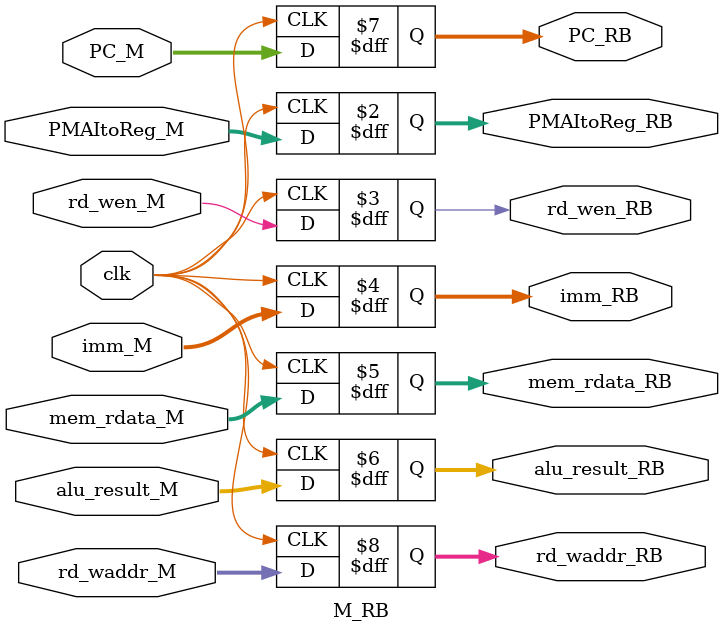
<source format=v>
module M_RB(
    input clk,
    input [1:0] PMAItoReg_M,
    input rd_wen_M,

    input [31:0] imm_M,
    input [31:0] mem_rdata_M,

    input [31:0] alu_result_M,
    input [31:0] PC_M,
    input [4:0] rd_waddr_M,

    output reg [1:0] PMAItoReg_RB,
    output reg rd_wen_RB,

    output reg [31:0] imm_RB,
    output reg [31:0] mem_rdata_RB,

    output reg [31:0] alu_result_RB,
    output reg [31:0] PC_RB,
    output reg [4:0] rd_waddr_RB
);

    always@(posedge clk) begin
        PMAItoReg_RB <= PMAItoReg_M;
        rd_wen_RB <= rd_wen_M;
        imm_RB <= imm_M;
        mem_rdata_RB <= mem_rdata_M;
        alu_result_RB <= alu_result_M;
        PC_RB <= PC_M;
        rd_waddr_RB <= rd_waddr_M;
    end

endmodule



</source>
